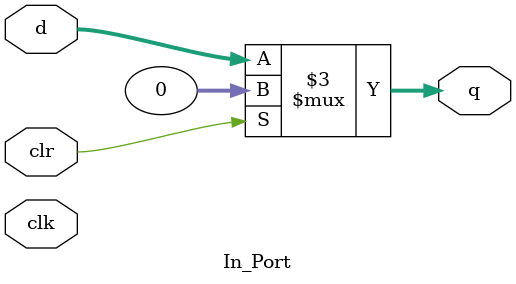
<source format=v>
module In_Port(input clr, clk, input[31:0] d, output reg [31:0] q);

	always @(*) begin
		if(clr)
			q <= 32'h00000000;
		else
			q <= d;
	end

endmodule
</source>
